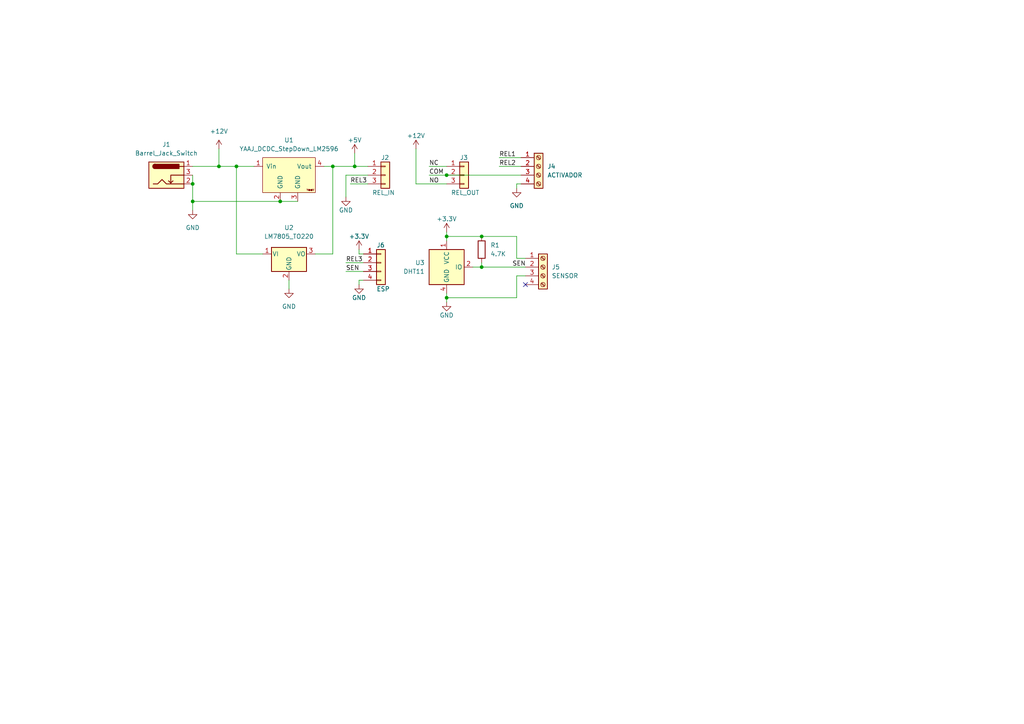
<source format=kicad_sch>
(kicad_sch (version 20211123) (generator eeschema)

  (uuid 60bad54a-44fd-435d-a247-2417c8efcf84)

  (paper "A4")

  (lib_symbols
    (symbol "Connector:Barrel_Jack_Switch" (pin_names hide) (in_bom yes) (on_board yes)
      (property "Reference" "J" (id 0) (at 0 5.334 0)
        (effects (font (size 1.27 1.27)))
      )
      (property "Value" "Barrel_Jack_Switch" (id 1) (at 0 -5.08 0)
        (effects (font (size 1.27 1.27)))
      )
      (property "Footprint" "" (id 2) (at 1.27 -1.016 0)
        (effects (font (size 1.27 1.27)) hide)
      )
      (property "Datasheet" "~" (id 3) (at 1.27 -1.016 0)
        (effects (font (size 1.27 1.27)) hide)
      )
      (property "ki_keywords" "DC power barrel jack connector" (id 4) (at 0 0 0)
        (effects (font (size 1.27 1.27)) hide)
      )
      (property "ki_description" "DC Barrel Jack with an internal switch" (id 5) (at 0 0 0)
        (effects (font (size 1.27 1.27)) hide)
      )
      (property "ki_fp_filters" "BarrelJack*" (id 6) (at 0 0 0)
        (effects (font (size 1.27 1.27)) hide)
      )
      (symbol "Barrel_Jack_Switch_0_1"
        (rectangle (start -5.08 3.81) (end 5.08 -3.81)
          (stroke (width 0.254) (type default) (color 0 0 0 0))
          (fill (type background))
        )
        (arc (start -3.302 3.175) (mid -3.937 2.54) (end -3.302 1.905)
          (stroke (width 0.254) (type default) (color 0 0 0 0))
          (fill (type none))
        )
        (arc (start -3.302 3.175) (mid -3.937 2.54) (end -3.302 1.905)
          (stroke (width 0.254) (type default) (color 0 0 0 0))
          (fill (type outline))
        )
        (polyline
          (pts
            (xy 1.27 -2.286)
            (xy 1.905 -1.651)
          )
          (stroke (width 0.254) (type default) (color 0 0 0 0))
          (fill (type none))
        )
        (polyline
          (pts
            (xy 5.08 2.54)
            (xy 3.81 2.54)
          )
          (stroke (width 0.254) (type default) (color 0 0 0 0))
          (fill (type none))
        )
        (polyline
          (pts
            (xy 5.08 0)
            (xy 1.27 0)
            (xy 1.27 -2.286)
            (xy 0.635 -1.651)
          )
          (stroke (width 0.254) (type default) (color 0 0 0 0))
          (fill (type none))
        )
        (polyline
          (pts
            (xy -3.81 -2.54)
            (xy -2.54 -2.54)
            (xy -1.27 -1.27)
            (xy 0 -2.54)
            (xy 2.54 -2.54)
            (xy 5.08 -2.54)
          )
          (stroke (width 0.254) (type default) (color 0 0 0 0))
          (fill (type none))
        )
        (rectangle (start 3.683 3.175) (end -3.302 1.905)
          (stroke (width 0.254) (type default) (color 0 0 0 0))
          (fill (type outline))
        )
      )
      (symbol "Barrel_Jack_Switch_1_1"
        (pin passive line (at 7.62 2.54 180) (length 2.54)
          (name "~" (effects (font (size 1.27 1.27))))
          (number "1" (effects (font (size 1.27 1.27))))
        )
        (pin passive line (at 7.62 -2.54 180) (length 2.54)
          (name "~" (effects (font (size 1.27 1.27))))
          (number "2" (effects (font (size 1.27 1.27))))
        )
        (pin passive line (at 7.62 0 180) (length 2.54)
          (name "~" (effects (font (size 1.27 1.27))))
          (number "3" (effects (font (size 1.27 1.27))))
        )
      )
    )
    (symbol "Connector:Screw_Terminal_01x04" (pin_names (offset 1.016) hide) (in_bom yes) (on_board yes)
      (property "Reference" "J" (id 0) (at 0 5.08 0)
        (effects (font (size 1.27 1.27)))
      )
      (property "Value" "Screw_Terminal_01x04" (id 1) (at 0 -7.62 0)
        (effects (font (size 1.27 1.27)))
      )
      (property "Footprint" "" (id 2) (at 0 0 0)
        (effects (font (size 1.27 1.27)) hide)
      )
      (property "Datasheet" "~" (id 3) (at 0 0 0)
        (effects (font (size 1.27 1.27)) hide)
      )
      (property "ki_keywords" "screw terminal" (id 4) (at 0 0 0)
        (effects (font (size 1.27 1.27)) hide)
      )
      (property "ki_description" "Generic screw terminal, single row, 01x04, script generated (kicad-library-utils/schlib/autogen/connector/)" (id 5) (at 0 0 0)
        (effects (font (size 1.27 1.27)) hide)
      )
      (property "ki_fp_filters" "TerminalBlock*:*" (id 6) (at 0 0 0)
        (effects (font (size 1.27 1.27)) hide)
      )
      (symbol "Screw_Terminal_01x04_1_1"
        (rectangle (start -1.27 3.81) (end 1.27 -6.35)
          (stroke (width 0.254) (type default) (color 0 0 0 0))
          (fill (type background))
        )
        (circle (center 0 -5.08) (radius 0.635)
          (stroke (width 0.1524) (type default) (color 0 0 0 0))
          (fill (type none))
        )
        (circle (center 0 -2.54) (radius 0.635)
          (stroke (width 0.1524) (type default) (color 0 0 0 0))
          (fill (type none))
        )
        (polyline
          (pts
            (xy -0.5334 -4.7498)
            (xy 0.3302 -5.588)
          )
          (stroke (width 0.1524) (type default) (color 0 0 0 0))
          (fill (type none))
        )
        (polyline
          (pts
            (xy -0.5334 -2.2098)
            (xy 0.3302 -3.048)
          )
          (stroke (width 0.1524) (type default) (color 0 0 0 0))
          (fill (type none))
        )
        (polyline
          (pts
            (xy -0.5334 0.3302)
            (xy 0.3302 -0.508)
          )
          (stroke (width 0.1524) (type default) (color 0 0 0 0))
          (fill (type none))
        )
        (polyline
          (pts
            (xy -0.5334 2.8702)
            (xy 0.3302 2.032)
          )
          (stroke (width 0.1524) (type default) (color 0 0 0 0))
          (fill (type none))
        )
        (polyline
          (pts
            (xy -0.3556 -4.572)
            (xy 0.508 -5.4102)
          )
          (stroke (width 0.1524) (type default) (color 0 0 0 0))
          (fill (type none))
        )
        (polyline
          (pts
            (xy -0.3556 -2.032)
            (xy 0.508 -2.8702)
          )
          (stroke (width 0.1524) (type default) (color 0 0 0 0))
          (fill (type none))
        )
        (polyline
          (pts
            (xy -0.3556 0.508)
            (xy 0.508 -0.3302)
          )
          (stroke (width 0.1524) (type default) (color 0 0 0 0))
          (fill (type none))
        )
        (polyline
          (pts
            (xy -0.3556 3.048)
            (xy 0.508 2.2098)
          )
          (stroke (width 0.1524) (type default) (color 0 0 0 0))
          (fill (type none))
        )
        (circle (center 0 0) (radius 0.635)
          (stroke (width 0.1524) (type default) (color 0 0 0 0))
          (fill (type none))
        )
        (circle (center 0 2.54) (radius 0.635)
          (stroke (width 0.1524) (type default) (color 0 0 0 0))
          (fill (type none))
        )
        (pin passive line (at -5.08 2.54 0) (length 3.81)
          (name "Pin_1" (effects (font (size 1.27 1.27))))
          (number "1" (effects (font (size 1.27 1.27))))
        )
        (pin passive line (at -5.08 0 0) (length 3.81)
          (name "Pin_2" (effects (font (size 1.27 1.27))))
          (number "2" (effects (font (size 1.27 1.27))))
        )
        (pin passive line (at -5.08 -2.54 0) (length 3.81)
          (name "Pin_3" (effects (font (size 1.27 1.27))))
          (number "3" (effects (font (size 1.27 1.27))))
        )
        (pin passive line (at -5.08 -5.08 0) (length 3.81)
          (name "Pin_4" (effects (font (size 1.27 1.27))))
          (number "4" (effects (font (size 1.27 1.27))))
        )
      )
    )
    (symbol "Connector_Generic:Conn_01x03" (pin_names (offset 1.016) hide) (in_bom yes) (on_board yes)
      (property "Reference" "J" (id 0) (at 0 5.08 0)
        (effects (font (size 1.27 1.27)))
      )
      (property "Value" "Conn_01x03" (id 1) (at 0 -5.08 0)
        (effects (font (size 1.27 1.27)))
      )
      (property "Footprint" "" (id 2) (at 0 0 0)
        (effects (font (size 1.27 1.27)) hide)
      )
      (property "Datasheet" "~" (id 3) (at 0 0 0)
        (effects (font (size 1.27 1.27)) hide)
      )
      (property "ki_keywords" "connector" (id 4) (at 0 0 0)
        (effects (font (size 1.27 1.27)) hide)
      )
      (property "ki_description" "Generic connector, single row, 01x03, script generated (kicad-library-utils/schlib/autogen/connector/)" (id 5) (at 0 0 0)
        (effects (font (size 1.27 1.27)) hide)
      )
      (property "ki_fp_filters" "Connector*:*_1x??_*" (id 6) (at 0 0 0)
        (effects (font (size 1.27 1.27)) hide)
      )
      (symbol "Conn_01x03_1_1"
        (rectangle (start -1.27 -2.413) (end 0 -2.667)
          (stroke (width 0.1524) (type default) (color 0 0 0 0))
          (fill (type none))
        )
        (rectangle (start -1.27 0.127) (end 0 -0.127)
          (stroke (width 0.1524) (type default) (color 0 0 0 0))
          (fill (type none))
        )
        (rectangle (start -1.27 2.667) (end 0 2.413)
          (stroke (width 0.1524) (type default) (color 0 0 0 0))
          (fill (type none))
        )
        (rectangle (start -1.27 3.81) (end 1.27 -3.81)
          (stroke (width 0.254) (type default) (color 0 0 0 0))
          (fill (type background))
        )
        (pin passive line (at -5.08 2.54 0) (length 3.81)
          (name "Pin_1" (effects (font (size 1.27 1.27))))
          (number "1" (effects (font (size 1.27 1.27))))
        )
        (pin passive line (at -5.08 0 0) (length 3.81)
          (name "Pin_2" (effects (font (size 1.27 1.27))))
          (number "2" (effects (font (size 1.27 1.27))))
        )
        (pin passive line (at -5.08 -2.54 0) (length 3.81)
          (name "Pin_3" (effects (font (size 1.27 1.27))))
          (number "3" (effects (font (size 1.27 1.27))))
        )
      )
    )
    (symbol "Connector_Generic:Conn_01x04" (pin_names (offset 1.016) hide) (in_bom yes) (on_board yes)
      (property "Reference" "J" (id 0) (at 0 5.08 0)
        (effects (font (size 1.27 1.27)))
      )
      (property "Value" "Conn_01x04" (id 1) (at 0 -7.62 0)
        (effects (font (size 1.27 1.27)))
      )
      (property "Footprint" "" (id 2) (at 0 0 0)
        (effects (font (size 1.27 1.27)) hide)
      )
      (property "Datasheet" "~" (id 3) (at 0 0 0)
        (effects (font (size 1.27 1.27)) hide)
      )
      (property "ki_keywords" "connector" (id 4) (at 0 0 0)
        (effects (font (size 1.27 1.27)) hide)
      )
      (property "ki_description" "Generic connector, single row, 01x04, script generated (kicad-library-utils/schlib/autogen/connector/)" (id 5) (at 0 0 0)
        (effects (font (size 1.27 1.27)) hide)
      )
      (property "ki_fp_filters" "Connector*:*_1x??_*" (id 6) (at 0 0 0)
        (effects (font (size 1.27 1.27)) hide)
      )
      (symbol "Conn_01x04_1_1"
        (rectangle (start -1.27 -4.953) (end 0 -5.207)
          (stroke (width 0.1524) (type default) (color 0 0 0 0))
          (fill (type none))
        )
        (rectangle (start -1.27 -2.413) (end 0 -2.667)
          (stroke (width 0.1524) (type default) (color 0 0 0 0))
          (fill (type none))
        )
        (rectangle (start -1.27 0.127) (end 0 -0.127)
          (stroke (width 0.1524) (type default) (color 0 0 0 0))
          (fill (type none))
        )
        (rectangle (start -1.27 2.667) (end 0 2.413)
          (stroke (width 0.1524) (type default) (color 0 0 0 0))
          (fill (type none))
        )
        (rectangle (start -1.27 3.81) (end 1.27 -6.35)
          (stroke (width 0.254) (type default) (color 0 0 0 0))
          (fill (type background))
        )
        (pin passive line (at -5.08 2.54 0) (length 3.81)
          (name "Pin_1" (effects (font (size 1.27 1.27))))
          (number "1" (effects (font (size 1.27 1.27))))
        )
        (pin passive line (at -5.08 0 0) (length 3.81)
          (name "Pin_2" (effects (font (size 1.27 1.27))))
          (number "2" (effects (font (size 1.27 1.27))))
        )
        (pin passive line (at -5.08 -2.54 0) (length 3.81)
          (name "Pin_3" (effects (font (size 1.27 1.27))))
          (number "3" (effects (font (size 1.27 1.27))))
        )
        (pin passive line (at -5.08 -5.08 0) (length 3.81)
          (name "Pin_4" (effects (font (size 1.27 1.27))))
          (number "4" (effects (font (size 1.27 1.27))))
        )
      )
    )
    (symbol "Device:R" (pin_numbers hide) (pin_names (offset 0)) (in_bom yes) (on_board yes)
      (property "Reference" "R" (id 0) (at 2.032 0 90)
        (effects (font (size 1.27 1.27)))
      )
      (property "Value" "R" (id 1) (at 0 0 90)
        (effects (font (size 1.27 1.27)))
      )
      (property "Footprint" "" (id 2) (at -1.778 0 90)
        (effects (font (size 1.27 1.27)) hide)
      )
      (property "Datasheet" "~" (id 3) (at 0 0 0)
        (effects (font (size 1.27 1.27)) hide)
      )
      (property "ki_keywords" "R res resistor" (id 4) (at 0 0 0)
        (effects (font (size 1.27 1.27)) hide)
      )
      (property "ki_description" "Resistor" (id 5) (at 0 0 0)
        (effects (font (size 1.27 1.27)) hide)
      )
      (property "ki_fp_filters" "R_*" (id 6) (at 0 0 0)
        (effects (font (size 1.27 1.27)) hide)
      )
      (symbol "R_0_1"
        (rectangle (start -1.016 -2.54) (end 1.016 2.54)
          (stroke (width 0.254) (type default) (color 0 0 0 0))
          (fill (type none))
        )
      )
      (symbol "R_1_1"
        (pin passive line (at 0 3.81 270) (length 1.27)
          (name "~" (effects (font (size 1.27 1.27))))
          (number "1" (effects (font (size 1.27 1.27))))
        )
        (pin passive line (at 0 -3.81 90) (length 1.27)
          (name "~" (effects (font (size 1.27 1.27))))
          (number "2" (effects (font (size 1.27 1.27))))
        )
      )
    )
    (symbol "Regulator_Linear:LM7805_TO220" (pin_names (offset 0.254)) (in_bom yes) (on_board yes)
      (property "Reference" "U" (id 0) (at -3.81 3.175 0)
        (effects (font (size 1.27 1.27)))
      )
      (property "Value" "LM7805_TO220" (id 1) (at 0 3.175 0)
        (effects (font (size 1.27 1.27)) (justify left))
      )
      (property "Footprint" "Package_TO_SOT_THT:TO-220-3_Vertical" (id 2) (at 0 5.715 0)
        (effects (font (size 1.27 1.27) italic) hide)
      )
      (property "Datasheet" "https://www.onsemi.cn/PowerSolutions/document/MC7800-D.PDF" (id 3) (at 0 -1.27 0)
        (effects (font (size 1.27 1.27)) hide)
      )
      (property "ki_keywords" "Voltage Regulator 1A Positive" (id 4) (at 0 0 0)
        (effects (font (size 1.27 1.27)) hide)
      )
      (property "ki_description" "Positive 1A 35V Linear Regulator, Fixed Output 5V, TO-220" (id 5) (at 0 0 0)
        (effects (font (size 1.27 1.27)) hide)
      )
      (property "ki_fp_filters" "TO?220*" (id 6) (at 0 0 0)
        (effects (font (size 1.27 1.27)) hide)
      )
      (symbol "LM7805_TO220_0_1"
        (rectangle (start -5.08 1.905) (end 5.08 -5.08)
          (stroke (width 0.254) (type default) (color 0 0 0 0))
          (fill (type background))
        )
      )
      (symbol "LM7805_TO220_1_1"
        (pin power_in line (at -7.62 0 0) (length 2.54)
          (name "VI" (effects (font (size 1.27 1.27))))
          (number "1" (effects (font (size 1.27 1.27))))
        )
        (pin power_in line (at 0 -7.62 90) (length 2.54)
          (name "GND" (effects (font (size 1.27 1.27))))
          (number "2" (effects (font (size 1.27 1.27))))
        )
        (pin power_out line (at 7.62 0 180) (length 2.54)
          (name "VO" (effects (font (size 1.27 1.27))))
          (number "3" (effects (font (size 1.27 1.27))))
        )
      )
    )
    (symbol "Sensor:DHT11" (in_bom yes) (on_board yes)
      (property "Reference" "U" (id 0) (at -3.81 6.35 0)
        (effects (font (size 1.27 1.27)))
      )
      (property "Value" "DHT11" (id 1) (at 3.81 6.35 0)
        (effects (font (size 1.27 1.27)))
      )
      (property "Footprint" "Sensor:Aosong_DHT11_5.5x12.0_P2.54mm" (id 2) (at 0 -10.16 0)
        (effects (font (size 1.27 1.27)) hide)
      )
      (property "Datasheet" "http://akizukidenshi.com/download/ds/aosong/DHT11.pdf" (id 3) (at 3.81 6.35 0)
        (effects (font (size 1.27 1.27)) hide)
      )
      (property "ki_keywords" "Digital temperature humidity sensor" (id 4) (at 0 0 0)
        (effects (font (size 1.27 1.27)) hide)
      )
      (property "ki_description" "Temperature and humidity module" (id 5) (at 0 0 0)
        (effects (font (size 1.27 1.27)) hide)
      )
      (property "ki_fp_filters" "Aosong*DHT11*5.5x12.0*P2.54mm*" (id 6) (at 0 0 0)
        (effects (font (size 1.27 1.27)) hide)
      )
      (symbol "DHT11_0_1"
        (rectangle (start -5.08 5.08) (end 5.08 -5.08)
          (stroke (width 0.254) (type default) (color 0 0 0 0))
          (fill (type background))
        )
      )
      (symbol "DHT11_1_1"
        (pin power_in line (at 0 7.62 270) (length 2.54)
          (name "VCC" (effects (font (size 1.27 1.27))))
          (number "1" (effects (font (size 1.27 1.27))))
        )
        (pin bidirectional line (at 7.62 0 180) (length 2.54)
          (name "IO" (effects (font (size 1.27 1.27))))
          (number "2" (effects (font (size 1.27 1.27))))
        )
        (pin no_connect line (at -5.08 0 0) (length 2.54) hide
          (name "NC" (effects (font (size 1.27 1.27))))
          (number "3" (effects (font (size 1.27 1.27))))
        )
        (pin power_in line (at 0 -7.62 90) (length 2.54)
          (name "GND" (effects (font (size 1.27 1.27))))
          (number "4" (effects (font (size 1.27 1.27))))
        )
      )
    )
    (symbol "power:+12V" (power) (pin_names (offset 0)) (in_bom yes) (on_board yes)
      (property "Reference" "#PWR" (id 0) (at 0 -3.81 0)
        (effects (font (size 1.27 1.27)) hide)
      )
      (property "Value" "+12V" (id 1) (at 0 3.556 0)
        (effects (font (size 1.27 1.27)))
      )
      (property "Footprint" "" (id 2) (at 0 0 0)
        (effects (font (size 1.27 1.27)) hide)
      )
      (property "Datasheet" "" (id 3) (at 0 0 0)
        (effects (font (size 1.27 1.27)) hide)
      )
      (property "ki_keywords" "power-flag" (id 4) (at 0 0 0)
        (effects (font (size 1.27 1.27)) hide)
      )
      (property "ki_description" "Power symbol creates a global label with name \"+12V\"" (id 5) (at 0 0 0)
        (effects (font (size 1.27 1.27)) hide)
      )
      (symbol "+12V_0_1"
        (polyline
          (pts
            (xy -0.762 1.27)
            (xy 0 2.54)
          )
          (stroke (width 0) (type default) (color 0 0 0 0))
          (fill (type none))
        )
        (polyline
          (pts
            (xy 0 0)
            (xy 0 2.54)
          )
          (stroke (width 0) (type default) (color 0 0 0 0))
          (fill (type none))
        )
        (polyline
          (pts
            (xy 0 2.54)
            (xy 0.762 1.27)
          )
          (stroke (width 0) (type default) (color 0 0 0 0))
          (fill (type none))
        )
      )
      (symbol "+12V_1_1"
        (pin power_in line (at 0 0 90) (length 0) hide
          (name "+12V" (effects (font (size 1.27 1.27))))
          (number "1" (effects (font (size 1.27 1.27))))
        )
      )
    )
    (symbol "power:+3.3V" (power) (pin_names (offset 0)) (in_bom yes) (on_board yes)
      (property "Reference" "#PWR" (id 0) (at 0 -3.81 0)
        (effects (font (size 1.27 1.27)) hide)
      )
      (property "Value" "+3.3V" (id 1) (at 0 3.556 0)
        (effects (font (size 1.27 1.27)))
      )
      (property "Footprint" "" (id 2) (at 0 0 0)
        (effects (font (size 1.27 1.27)) hide)
      )
      (property "Datasheet" "" (id 3) (at 0 0 0)
        (effects (font (size 1.27 1.27)) hide)
      )
      (property "ki_keywords" "power-flag" (id 4) (at 0 0 0)
        (effects (font (size 1.27 1.27)) hide)
      )
      (property "ki_description" "Power symbol creates a global label with name \"+3.3V\"" (id 5) (at 0 0 0)
        (effects (font (size 1.27 1.27)) hide)
      )
      (symbol "+3.3V_0_1"
        (polyline
          (pts
            (xy -0.762 1.27)
            (xy 0 2.54)
          )
          (stroke (width 0) (type default) (color 0 0 0 0))
          (fill (type none))
        )
        (polyline
          (pts
            (xy 0 0)
            (xy 0 2.54)
          )
          (stroke (width 0) (type default) (color 0 0 0 0))
          (fill (type none))
        )
        (polyline
          (pts
            (xy 0 2.54)
            (xy 0.762 1.27)
          )
          (stroke (width 0) (type default) (color 0 0 0 0))
          (fill (type none))
        )
      )
      (symbol "+3.3V_1_1"
        (pin power_in line (at 0 0 90) (length 0) hide
          (name "+3.3V" (effects (font (size 1.27 1.27))))
          (number "1" (effects (font (size 1.27 1.27))))
        )
      )
    )
    (symbol "power:+5V" (power) (pin_names (offset 0)) (in_bom yes) (on_board yes)
      (property "Reference" "#PWR" (id 0) (at 0 -3.81 0)
        (effects (font (size 1.27 1.27)) hide)
      )
      (property "Value" "+5V" (id 1) (at 0 3.556 0)
        (effects (font (size 1.27 1.27)))
      )
      (property "Footprint" "" (id 2) (at 0 0 0)
        (effects (font (size 1.27 1.27)) hide)
      )
      (property "Datasheet" "" (id 3) (at 0 0 0)
        (effects (font (size 1.27 1.27)) hide)
      )
      (property "ki_keywords" "power-flag" (id 4) (at 0 0 0)
        (effects (font (size 1.27 1.27)) hide)
      )
      (property "ki_description" "Power symbol creates a global label with name \"+5V\"" (id 5) (at 0 0 0)
        (effects (font (size 1.27 1.27)) hide)
      )
      (symbol "+5V_0_1"
        (polyline
          (pts
            (xy -0.762 1.27)
            (xy 0 2.54)
          )
          (stroke (width 0) (type default) (color 0 0 0 0))
          (fill (type none))
        )
        (polyline
          (pts
            (xy 0 0)
            (xy 0 2.54)
          )
          (stroke (width 0) (type default) (color 0 0 0 0))
          (fill (type none))
        )
        (polyline
          (pts
            (xy 0 2.54)
            (xy 0.762 1.27)
          )
          (stroke (width 0) (type default) (color 0 0 0 0))
          (fill (type none))
        )
      )
      (symbol "+5V_1_1"
        (pin power_in line (at 0 0 90) (length 0) hide
          (name "+5V" (effects (font (size 1.27 1.27))))
          (number "1" (effects (font (size 1.27 1.27))))
        )
      )
    )
    (symbol "power:GND" (power) (pin_names (offset 0)) (in_bom yes) (on_board yes)
      (property "Reference" "#PWR" (id 0) (at 0 -6.35 0)
        (effects (font (size 1.27 1.27)) hide)
      )
      (property "Value" "GND" (id 1) (at 0 -3.81 0)
        (effects (font (size 1.27 1.27)))
      )
      (property "Footprint" "" (id 2) (at 0 0 0)
        (effects (font (size 1.27 1.27)) hide)
      )
      (property "Datasheet" "" (id 3) (at 0 0 0)
        (effects (font (size 1.27 1.27)) hide)
      )
      (property "ki_keywords" "power-flag" (id 4) (at 0 0 0)
        (effects (font (size 1.27 1.27)) hide)
      )
      (property "ki_description" "Power symbol creates a global label with name \"GND\" , ground" (id 5) (at 0 0 0)
        (effects (font (size 1.27 1.27)) hide)
      )
      (symbol "GND_0_1"
        (polyline
          (pts
            (xy 0 0)
            (xy 0 -1.27)
            (xy 1.27 -1.27)
            (xy 0 -2.54)
            (xy -1.27 -1.27)
            (xy 0 -1.27)
          )
          (stroke (width 0) (type default) (color 0 0 0 0))
          (fill (type none))
        )
      )
      (symbol "GND_1_1"
        (pin power_in line (at 0 0 270) (length 0) hide
          (name "GND" (effects (font (size 1.27 1.27))))
          (number "1" (effects (font (size 1.27 1.27))))
        )
      )
    )
    (symbol "yaaj_dcdc_stepdown_lm2596:YAAJ_DCDC_StepDown_LM2596" (pin_names (offset 1.016)) (in_bom yes) (on_board yes)
      (property "Reference" "U" (id 0) (at -5.08 6.35 0)
        (effects (font (size 1.27 1.27)))
      )
      (property "Value" "YAAJ_DCDC_StepDown_LM2596" (id 1) (at 0 11.43 0)
        (effects (font (size 1.27 1.27)))
      )
      (property "Footprint" "" (id 2) (at -1.27 0 0)
        (effects (font (size 1.27 1.27)) hide)
      )
      (property "Datasheet" "" (id 3) (at -1.27 0 0)
        (effects (font (size 1.27 1.27)) hide)
      )
      (property "ki_keywords" "module stepdown step down buck converter DCDC DC" (id 4) (at 0 0 0)
        (effects (font (size 1.27 1.27)) hide)
      )
      (property "ki_description" "module : adjustable step down module 3.2V-40V to 1.25V-35V 3A" (id 5) (at 0 0 0)
        (effects (font (size 1.27 1.27)) hide)
      )
      (symbol "YAAJ_DCDC_StepDown_LM2596_0_1"
        (rectangle (start -7.62 5.08) (end 7.62 -5.08)
          (stroke (width 0) (type default) (color 0 0 0 0))
          (fill (type background))
        )
      )
      (symbol "YAAJ_DCDC_StepDown_LM2596_1_1"
        (text "Y@@V" (at 6.1976 -4.2672 0)
          (effects (font (size 0.508 0.508)))
        )
        (pin power_in line (at -10.16 2.54 0) (length 2.54)
          (name "Vin" (effects (font (size 1.27 1.27))))
          (number "1" (effects (font (size 1.27 1.27))))
        )
        (pin power_in line (at -2.54 -7.62 90) (length 2.54)
          (name "GND" (effects (font (size 1.27 1.27))))
          (number "2" (effects (font (size 1.27 1.27))))
        )
        (pin power_in line (at 2.54 -7.62 90) (length 2.54)
          (name "GND" (effects (font (size 1.27 1.27))))
          (number "3" (effects (font (size 1.27 1.27))))
        )
        (pin power_out line (at 10.16 2.54 180) (length 2.54)
          (name "Vout" (effects (font (size 1.27 1.27))))
          (number "4" (effects (font (size 1.27 1.27))))
        )
      )
    )
  )

  (junction (at 129.54 68.58) (diameter 0) (color 0 0 0 0)
    (uuid 0d4fb777-018e-4573-adaa-08ada81f3a80)
  )
  (junction (at 139.7 77.47) (diameter 0) (color 0 0 0 0)
    (uuid 18c1e2c1-3684-40ec-830d-5ec0d8179e5a)
  )
  (junction (at 96.52 48.26) (diameter 0) (color 0 0 0 0)
    (uuid 2328317a-2b57-491c-a7e7-a0eb11270154)
  )
  (junction (at 63.5 48.26) (diameter 0) (color 0 0 0 0)
    (uuid 3eb59747-bc34-43cc-9ac4-ccb0cc88bc91)
  )
  (junction (at 139.7 68.58) (diameter 0) (color 0 0 0 0)
    (uuid 439e2dd6-f351-47ee-a2c8-84ae7b70adbb)
  )
  (junction (at 102.87 48.26) (diameter 0) (color 0 0 0 0)
    (uuid 73907089-93e6-4653-9408-b43138ae2452)
  )
  (junction (at 68.58 48.26) (diameter 0) (color 0 0 0 0)
    (uuid 7cc821b7-f038-4069-be29-b8813025f501)
  )
  (junction (at 129.54 50.8) (diameter 0) (color 0 0 0 0)
    (uuid 86642018-392e-49b0-9cc0-f8b1cd216fbb)
  )
  (junction (at 81.28 58.42) (diameter 0) (color 0 0 0 0)
    (uuid 99950908-39a9-4ef7-88df-285e71c442d4)
  )
  (junction (at 55.88 58.42) (diameter 0) (color 0 0 0 0)
    (uuid 9d1fccac-3e1e-4011-9186-dbb380841e8e)
  )
  (junction (at 55.88 53.34) (diameter 0) (color 0 0 0 0)
    (uuid d2461d0b-c5f6-4350-b7a1-577d9b627098)
  )
  (junction (at 129.54 86.36) (diameter 0) (color 0 0 0 0)
    (uuid fd962a8e-da93-4a3f-8b30-67df5bfa4d3b)
  )

  (no_connect (at 152.4 82.55) (uuid d69699af-d0e2-4ec4-9b52-7813b89d98ac))

  (wire (pts (xy 124.46 48.26) (xy 129.54 48.26))
    (stroke (width 0) (type default) (color 0 0 0 0))
    (uuid 044ccacb-aeb9-440c-a0ad-be5e59331ef1)
  )
  (wire (pts (xy 137.16 77.47) (xy 139.7 77.47))
    (stroke (width 0) (type default) (color 0 0 0 0))
    (uuid 07471de2-15b7-4bb2-b424-886211d9fcd5)
  )
  (wire (pts (xy 102.87 48.26) (xy 106.68 48.26))
    (stroke (width 0) (type default) (color 0 0 0 0))
    (uuid 07dfead5-c4b0-40c2-aec8-c99b3561fabd)
  )
  (wire (pts (xy 100.33 78.74) (xy 105.41 78.74))
    (stroke (width 0) (type default) (color 0 0 0 0))
    (uuid 09e0d638-6670-4ac8-9b03-b4a85bff20bf)
  )
  (wire (pts (xy 55.88 48.26) (xy 63.5 48.26))
    (stroke (width 0) (type default) (color 0 0 0 0))
    (uuid 0c7468c0-f4fa-4a50-8bfa-9c46314e0976)
  )
  (wire (pts (xy 100.33 50.8) (xy 100.33 57.15))
    (stroke (width 0) (type default) (color 0 0 0 0))
    (uuid 13ccc6cf-4b12-42b8-8a44-51cb1c5f96dc)
  )
  (wire (pts (xy 55.88 50.8) (xy 55.88 53.34))
    (stroke (width 0) (type default) (color 0 0 0 0))
    (uuid 16d404ac-6e21-442c-aab8-e7891c3c9462)
  )
  (wire (pts (xy 55.88 58.42) (xy 55.88 53.34))
    (stroke (width 0) (type default) (color 0 0 0 0))
    (uuid 1b2be833-91f9-439b-a412-599ab4ca1bb9)
  )
  (wire (pts (xy 129.54 68.58) (xy 129.54 69.85))
    (stroke (width 0) (type default) (color 0 0 0 0))
    (uuid 1d55fd9e-d753-48a5-a3bc-80820d2a4707)
  )
  (wire (pts (xy 96.52 48.26) (xy 93.98 48.26))
    (stroke (width 0) (type default) (color 0 0 0 0))
    (uuid 1e9406c7-df01-4eeb-b91f-bb9a3d6b86d8)
  )
  (wire (pts (xy 81.28 58.42) (xy 55.88 58.42))
    (stroke (width 0) (type default) (color 0 0 0 0))
    (uuid 26b3fbd2-f30c-41e1-8301-1442fca35b86)
  )
  (wire (pts (xy 149.86 74.93) (xy 149.86 68.58))
    (stroke (width 0) (type default) (color 0 0 0 0))
    (uuid 2d8e4afb-52c6-4ffe-b3a1-c03482ead503)
  )
  (wire (pts (xy 149.86 53.34) (xy 149.86 54.61))
    (stroke (width 0) (type default) (color 0 0 0 0))
    (uuid 312567e0-24b6-45b8-8c72-54b9f2e8ef75)
  )
  (wire (pts (xy 55.88 58.42) (xy 55.88 60.96))
    (stroke (width 0) (type default) (color 0 0 0 0))
    (uuid 3b7689a8-ecc2-434c-b2e1-408704cd94e7)
  )
  (wire (pts (xy 129.54 67.31) (xy 129.54 68.58))
    (stroke (width 0) (type default) (color 0 0 0 0))
    (uuid 42634606-9c3c-4b64-8431-fb7f2c8b80e7)
  )
  (wire (pts (xy 102.87 44.45) (xy 102.87 48.26))
    (stroke (width 0) (type default) (color 0 0 0 0))
    (uuid 43b42b7b-a87f-4b96-8819-f5d7f86ca18a)
  )
  (wire (pts (xy 120.65 43.18) (xy 120.65 53.34))
    (stroke (width 0) (type default) (color 0 0 0 0))
    (uuid 4490d630-9fdc-49e8-b9cf-b2d28e72fe4f)
  )
  (wire (pts (xy 91.44 73.66) (xy 96.52 73.66))
    (stroke (width 0) (type default) (color 0 0 0 0))
    (uuid 45c6eb75-7bcb-4a15-9a65-ed051db29049)
  )
  (wire (pts (xy 139.7 76.2) (xy 139.7 77.47))
    (stroke (width 0) (type default) (color 0 0 0 0))
    (uuid 515b9a86-06d3-4041-8ff9-730e56e71359)
  )
  (wire (pts (xy 63.5 43.18) (xy 63.5 48.26))
    (stroke (width 0) (type default) (color 0 0 0 0))
    (uuid 58cfb17e-448b-4305-a080-c80f6d1148be)
  )
  (wire (pts (xy 139.7 68.58) (xy 129.54 68.58))
    (stroke (width 0) (type default) (color 0 0 0 0))
    (uuid 5ffe95e9-e96d-4c27-8c19-9b5606597af2)
  )
  (wire (pts (xy 149.86 74.93) (xy 152.4 74.93))
    (stroke (width 0) (type default) (color 0 0 0 0))
    (uuid 65d47c04-afd3-42b8-b767-37423db421f2)
  )
  (wire (pts (xy 149.86 86.36) (xy 129.54 86.36))
    (stroke (width 0) (type default) (color 0 0 0 0))
    (uuid 678c6acf-a3e3-4ddc-ac44-a2fc06fcda62)
  )
  (wire (pts (xy 76.2 73.66) (xy 68.58 73.66))
    (stroke (width 0) (type default) (color 0 0 0 0))
    (uuid 690aecc2-4c1c-4066-b3a0-64d45c9cdd49)
  )
  (wire (pts (xy 144.78 48.26) (xy 151.13 48.26))
    (stroke (width 0) (type default) (color 0 0 0 0))
    (uuid 6a237815-dbbc-48b4-afd3-752a5675f0bf)
  )
  (wire (pts (xy 149.86 80.01) (xy 149.86 86.36))
    (stroke (width 0) (type default) (color 0 0 0 0))
    (uuid 6a70138b-965c-44ea-93bf-04f497f8f3cc)
  )
  (wire (pts (xy 129.54 86.36) (xy 129.54 87.63))
    (stroke (width 0) (type default) (color 0 0 0 0))
    (uuid 7f0bbe47-6c04-44fb-87c4-188baf91ce74)
  )
  (wire (pts (xy 139.7 68.58) (xy 149.86 68.58))
    (stroke (width 0) (type default) (color 0 0 0 0))
    (uuid 81e49f97-2f72-47b2-a554-491570bd7988)
  )
  (wire (pts (xy 120.65 53.34) (xy 129.54 53.34))
    (stroke (width 0) (type default) (color 0 0 0 0))
    (uuid 880988b4-b47c-4eb3-bb70-07b32cf2d8ac)
  )
  (wire (pts (xy 104.14 72.39) (xy 104.14 73.66))
    (stroke (width 0) (type default) (color 0 0 0 0))
    (uuid 8ad3fad2-341a-45db-800f-3c4e1f86b630)
  )
  (wire (pts (xy 104.14 73.66) (xy 105.41 73.66))
    (stroke (width 0) (type default) (color 0 0 0 0))
    (uuid 90f12d67-2d90-450a-a318-1dc0d1f8c4cb)
  )
  (wire (pts (xy 124.46 50.8) (xy 129.54 50.8))
    (stroke (width 0) (type default) (color 0 0 0 0))
    (uuid 935e1204-c135-4184-9145-0985790b7a10)
  )
  (wire (pts (xy 129.54 85.09) (xy 129.54 86.36))
    (stroke (width 0) (type default) (color 0 0 0 0))
    (uuid 93dbf9e2-3136-4395-ab6d-f4801076e5c8)
  )
  (wire (pts (xy 104.14 81.28) (xy 104.14 82.55))
    (stroke (width 0) (type default) (color 0 0 0 0))
    (uuid a2865e52-5880-4eec-b8f5-425e4f47f0b3)
  )
  (wire (pts (xy 96.52 73.66) (xy 96.52 48.26))
    (stroke (width 0) (type default) (color 0 0 0 0))
    (uuid a39f7f83-380a-49a9-aed6-ff87c89bffb1)
  )
  (wire (pts (xy 101.6 53.34) (xy 106.68 53.34))
    (stroke (width 0) (type default) (color 0 0 0 0))
    (uuid b71146e6-c252-4c3b-94ff-97d2e567e2c5)
  )
  (wire (pts (xy 63.5 48.26) (xy 68.58 48.26))
    (stroke (width 0) (type default) (color 0 0 0 0))
    (uuid b91fe2f5-ab19-4017-9d20-6cca8efa7301)
  )
  (wire (pts (xy 139.7 77.47) (xy 152.4 77.47))
    (stroke (width 0) (type default) (color 0 0 0 0))
    (uuid d03cf671-89fc-4a4f-ba02-8b095574a38a)
  )
  (wire (pts (xy 152.4 80.01) (xy 149.86 80.01))
    (stroke (width 0) (type default) (color 0 0 0 0))
    (uuid dc2b61f3-b94f-40b3-a3e7-02e702db212d)
  )
  (wire (pts (xy 100.33 50.8) (xy 106.68 50.8))
    (stroke (width 0) (type default) (color 0 0 0 0))
    (uuid e131ed08-161d-45d9-aa8f-dcbf442082a4)
  )
  (wire (pts (xy 81.28 58.42) (xy 86.36 58.42))
    (stroke (width 0) (type default) (color 0 0 0 0))
    (uuid e1a46bd8-4be8-4753-b674-1ee7f1055b0b)
  )
  (wire (pts (xy 68.58 73.66) (xy 68.58 48.26))
    (stroke (width 0) (type default) (color 0 0 0 0))
    (uuid e2c82c73-c431-4bce-961d-9a9247a36e67)
  )
  (wire (pts (xy 144.78 45.72) (xy 151.13 45.72))
    (stroke (width 0) (type default) (color 0 0 0 0))
    (uuid e6425416-1032-4636-bda2-05f61067e67d)
  )
  (wire (pts (xy 100.33 76.2) (xy 105.41 76.2))
    (stroke (width 0) (type default) (color 0 0 0 0))
    (uuid e9f9e519-ea9f-437b-818e-9cab89c0bdc7)
  )
  (wire (pts (xy 68.58 48.26) (xy 73.66 48.26))
    (stroke (width 0) (type default) (color 0 0 0 0))
    (uuid ec3028ce-e048-4b31-8211-64d6990e2cef)
  )
  (wire (pts (xy 151.13 53.34) (xy 149.86 53.34))
    (stroke (width 0) (type default) (color 0 0 0 0))
    (uuid ece1031f-c27a-48a3-b2d6-aaf7680c5d43)
  )
  (wire (pts (xy 104.14 81.28) (xy 105.41 81.28))
    (stroke (width 0) (type default) (color 0 0 0 0))
    (uuid f2a80d81-bc42-4c73-9e28-68f77c2ed588)
  )
  (wire (pts (xy 129.54 50.8) (xy 151.13 50.8))
    (stroke (width 0) (type default) (color 0 0 0 0))
    (uuid f5d68ae0-e08b-48b9-b0fa-3a3727cba61b)
  )
  (wire (pts (xy 102.87 48.26) (xy 96.52 48.26))
    (stroke (width 0) (type default) (color 0 0 0 0))
    (uuid fe86603f-a167-4f22-91c7-58cfb3e942c1)
  )
  (wire (pts (xy 83.82 81.28) (xy 83.82 83.82))
    (stroke (width 0) (type default) (color 0 0 0 0))
    (uuid ff07f31e-49cf-415c-a234-0e2e3dca3880)
  )

  (label "REL2" (at 144.78 48.26 0)
    (effects (font (size 1.27 1.27)) (justify left bottom))
    (uuid 274324ec-03fe-41f5-8c29-514c94cc2926)
  )
  (label "NC" (at 124.46 48.26 0)
    (effects (font (size 1.27 1.27)) (justify left bottom))
    (uuid 30d77370-6b33-4bb0-8690-dba8d4379934)
  )
  (label "COM" (at 124.46 50.8 0)
    (effects (font (size 1.27 1.27)) (justify left bottom))
    (uuid 3b35be6e-da54-4a7b-a35c-f3312c83b75e)
  )
  (label "REL3" (at 101.6 53.34 0)
    (effects (font (size 1.27 1.27)) (justify left bottom))
    (uuid 5089383d-a82c-43df-b7b7-37cc7c5e39a1)
  )
  (label "SEN" (at 148.59 77.47 0)
    (effects (font (size 1.27 1.27)) (justify left bottom))
    (uuid 54a5ebc9-8f90-46c9-9d8e-a65256d6ce1a)
  )
  (label "REL1" (at 144.78 45.72 0)
    (effects (font (size 1.27 1.27)) (justify left bottom))
    (uuid 64d02f8c-148c-43db-970b-e7711da13276)
  )
  (label "NO" (at 124.46 53.34 0)
    (effects (font (size 1.27 1.27)) (justify left bottom))
    (uuid 77766d20-720a-4069-a2d1-cc0d7ce3a60c)
  )
  (label "SEN" (at 100.33 78.74 0)
    (effects (font (size 1.27 1.27)) (justify left bottom))
    (uuid b33bf3ac-1c85-4a03-a953-2be5f81dcda5)
  )
  (label "REL3" (at 100.33 76.2 0)
    (effects (font (size 1.27 1.27)) (justify left bottom))
    (uuid c361a983-ebf8-4701-a09e-69909d17104f)
  )

  (symbol (lib_id "power:+12V") (at 63.5 43.18 0) (unit 1)
    (in_bom yes) (on_board yes) (fields_autoplaced)
    (uuid 1ceeb1b5-6136-46e2-8890-fb63cfcf8289)
    (property "Reference" "#PWR0103" (id 0) (at 63.5 46.99 0)
      (effects (font (size 1.27 1.27)) hide)
    )
    (property "Value" "+12V" (id 1) (at 63.5 38.1 0))
    (property "Footprint" "" (id 2) (at 63.5 43.18 0)
      (effects (font (size 1.27 1.27)) hide)
    )
    (property "Datasheet" "" (id 3) (at 63.5 43.18 0)
      (effects (font (size 1.27 1.27)) hide)
    )
    (pin "1" (uuid a6e250d1-5760-4786-a6c2-bdd7ce962461))
  )

  (symbol (lib_id "power:GND") (at 55.88 60.96 0) (unit 1)
    (in_bom yes) (on_board yes) (fields_autoplaced)
    (uuid 302c2a84-dd05-4158-a46a-62642d8d0bc8)
    (property "Reference" "#PWR0102" (id 0) (at 55.88 67.31 0)
      (effects (font (size 1.27 1.27)) hide)
    )
    (property "Value" "GND" (id 1) (at 55.88 66.04 0))
    (property "Footprint" "" (id 2) (at 55.88 60.96 0)
      (effects (font (size 1.27 1.27)) hide)
    )
    (property "Datasheet" "" (id 3) (at 55.88 60.96 0)
      (effects (font (size 1.27 1.27)) hide)
    )
    (pin "1" (uuid f76541e8-eba8-4eb0-ad3d-5e73f3c38f8b))
  )

  (symbol (lib_id "power:+3.3V") (at 129.54 67.31 0) (unit 1)
    (in_bom yes) (on_board yes)
    (uuid 375bc80a-a998-484b-bdf9-8cfbed3afcef)
    (property "Reference" "#PWR0106" (id 0) (at 129.54 71.12 0)
      (effects (font (size 1.27 1.27)) hide)
    )
    (property "Value" "+3.3V" (id 1) (at 129.54 63.5 0))
    (property "Footprint" "" (id 2) (at 129.54 67.31 0)
      (effects (font (size 1.27 1.27)) hide)
    )
    (property "Datasheet" "" (id 3) (at 129.54 67.31 0)
      (effects (font (size 1.27 1.27)) hide)
    )
    (pin "1" (uuid 434c2dea-ab10-4b56-86a7-2ae09d57c097))
  )

  (symbol (lib_id "Connector_Generic:Conn_01x03") (at 111.76 50.8 0) (unit 1)
    (in_bom yes) (on_board yes)
    (uuid 446b54c6-c23f-4c5f-9513-00dd81c113c7)
    (property "Reference" "J2" (id 0) (at 110.49 45.72 0)
      (effects (font (size 1.27 1.27)) (justify left))
    )
    (property "Value" "REL_IN" (id 1) (at 107.95 55.88 0)
      (effects (font (size 1.27 1.27)) (justify left))
    )
    (property "Footprint" "Connector_PinHeader_2.54mm:PinHeader_1x03_P2.54mm_Vertical" (id 2) (at 111.76 50.8 0)
      (effects (font (size 1.27 1.27)) hide)
    )
    (property "Datasheet" "~" (id 3) (at 111.76 50.8 0)
      (effects (font (size 1.27 1.27)) hide)
    )
    (pin "1" (uuid 5c18c960-126b-4bb0-a492-e64fa1f20ea4))
    (pin "2" (uuid 7005e28f-b179-4ba4-9195-2650a7bdb51f))
    (pin "3" (uuid e385f7be-cee3-4b3a-82bd-ab6a7a9c9bbd))
  )

  (symbol (lib_id "Connector_Generic:Conn_01x04") (at 110.49 76.2 0) (unit 1)
    (in_bom yes) (on_board yes)
    (uuid 4cff7606-faf3-48e2-ba7e-3e4b3b819245)
    (property "Reference" "J6" (id 0) (at 109.22 71.12 0)
      (effects (font (size 1.27 1.27)) (justify left))
    )
    (property "Value" "ESP" (id 1) (at 109.22 83.82 0)
      (effects (font (size 1.27 1.27)) (justify left))
    )
    (property "Footprint" "Connector_PinHeader_2.54mm:PinHeader_1x04_P2.54mm_Vertical" (id 2) (at 110.49 76.2 0)
      (effects (font (size 1.27 1.27)) hide)
    )
    (property "Datasheet" "~" (id 3) (at 110.49 76.2 0)
      (effects (font (size 1.27 1.27)) hide)
    )
    (pin "1" (uuid 69d29527-2653-4a98-9bd2-7e1f755ad82a))
    (pin "2" (uuid 259d3a21-de0a-423b-946a-00674a1f3cc2))
    (pin "3" (uuid cedfa07d-3b13-4836-84f1-6721328aaae0))
    (pin "4" (uuid 43cf09b9-58f1-4aad-9216-bf169bde1de2))
  )

  (symbol (lib_id "power:+5V") (at 102.87 44.45 0) (unit 1)
    (in_bom yes) (on_board yes)
    (uuid 4db71c2c-6e42-4e7f-8ce4-4359a7bf6231)
    (property "Reference" "#PWR0108" (id 0) (at 102.87 48.26 0)
      (effects (font (size 1.27 1.27)) hide)
    )
    (property "Value" "+5V" (id 1) (at 102.87 40.64 0))
    (property "Footprint" "" (id 2) (at 102.87 44.45 0)
      (effects (font (size 1.27 1.27)) hide)
    )
    (property "Datasheet" "" (id 3) (at 102.87 44.45 0)
      (effects (font (size 1.27 1.27)) hide)
    )
    (pin "1" (uuid 1022a9a6-f281-4b7c-b8c7-19b9da43bd4a))
  )

  (symbol (lib_id "Connector:Screw_Terminal_01x04") (at 156.21 48.26 0) (unit 1)
    (in_bom yes) (on_board yes) (fields_autoplaced)
    (uuid 5330e0a8-9aac-4392-bff6-4931434354ee)
    (property "Reference" "J4" (id 0) (at 158.75 48.2599 0)
      (effects (font (size 1.27 1.27)) (justify left))
    )
    (property "Value" "ACTIVADOR" (id 1) (at 158.75 50.7999 0)
      (effects (font (size 1.27 1.27)) (justify left))
    )
    (property "Footprint" "TerminalBlock:TerminalBlock_bornier-4_P5.08mm" (id 2) (at 156.21 48.26 0)
      (effects (font (size 1.27 1.27)) hide)
    )
    (property "Datasheet" "~" (id 3) (at 156.21 48.26 0)
      (effects (font (size 1.27 1.27)) hide)
    )
    (pin "1" (uuid d2e2c4f2-bc3f-4ec1-9ed1-07bd264e3c98))
    (pin "2" (uuid 7b1e3957-6802-40aa-875d-4dbdec1e498f))
    (pin "3" (uuid f42f37e1-5713-4f25-8285-5001ca0a23e7))
    (pin "4" (uuid f30d637d-ee54-4a9a-a0f0-c8eb7765d046))
  )

  (symbol (lib_id "Connector:Screw_Terminal_01x04") (at 157.48 77.47 0) (unit 1)
    (in_bom yes) (on_board yes) (fields_autoplaced)
    (uuid 5f2be364-b1e4-4d8a-9d71-31343a179b49)
    (property "Reference" "J5" (id 0) (at 160.02 77.4699 0)
      (effects (font (size 1.27 1.27)) (justify left))
    )
    (property "Value" "SENSOR" (id 1) (at 160.02 80.0099 0)
      (effects (font (size 1.27 1.27)) (justify left))
    )
    (property "Footprint" "TerminalBlock:TerminalBlock_bornier-4_P5.08mm" (id 2) (at 157.48 77.47 0)
      (effects (font (size 1.27 1.27)) hide)
    )
    (property "Datasheet" "~" (id 3) (at 157.48 77.47 0)
      (effects (font (size 1.27 1.27)) hide)
    )
    (pin "1" (uuid 67544d12-5348-468c-bf7b-14850221d0fc))
    (pin "2" (uuid 497b82fe-3539-4e4e-bee9-c0feb64d446d))
    (pin "3" (uuid fac9db44-4a38-48ef-a670-9b0d3dfb6ca3))
    (pin "4" (uuid fa999727-074b-4c2c-8888-ccbd5663a285))
  )

  (symbol (lib_id "power:GND") (at 129.54 87.63 0) (unit 1)
    (in_bom yes) (on_board yes)
    (uuid 661923fd-a26b-4d74-8b15-8811e7295366)
    (property "Reference" "#PWR0105" (id 0) (at 129.54 93.98 0)
      (effects (font (size 1.27 1.27)) hide)
    )
    (property "Value" "GND" (id 1) (at 129.54 91.44 0))
    (property "Footprint" "" (id 2) (at 129.54 87.63 0)
      (effects (font (size 1.27 1.27)) hide)
    )
    (property "Datasheet" "" (id 3) (at 129.54 87.63 0)
      (effects (font (size 1.27 1.27)) hide)
    )
    (pin "1" (uuid 42cbe4de-56f6-4f63-8c90-d24a9aa3eac2))
  )

  (symbol (lib_id "Device:R") (at 139.7 72.39 0) (unit 1)
    (in_bom yes) (on_board yes) (fields_autoplaced)
    (uuid 7fc42090-2741-4a10-9439-626563edbf71)
    (property "Reference" "R1" (id 0) (at 142.24 71.1199 0)
      (effects (font (size 1.27 1.27)) (justify left))
    )
    (property "Value" "4.7K" (id 1) (at 142.24 73.6599 0)
      (effects (font (size 1.27 1.27)) (justify left))
    )
    (property "Footprint" "Resistor_THT:R_Axial_DIN0207_L6.3mm_D2.5mm_P7.62mm_Horizontal" (id 2) (at 137.922 72.39 90)
      (effects (font (size 1.27 1.27)) hide)
    )
    (property "Datasheet" "~" (id 3) (at 139.7 72.39 0)
      (effects (font (size 1.27 1.27)) hide)
    )
    (pin "1" (uuid e78f9617-5e3c-45e4-9098-a0fca32103ef))
    (pin "2" (uuid bc527821-842f-418d-92fb-782cf5363ca4))
  )

  (symbol (lib_id "power:+12V") (at 120.65 43.18 0) (unit 1)
    (in_bom yes) (on_board yes)
    (uuid 86168641-325b-46cd-b1b4-8d2243c42fbf)
    (property "Reference" "#PWR0107" (id 0) (at 120.65 46.99 0)
      (effects (font (size 1.27 1.27)) hide)
    )
    (property "Value" "+12V" (id 1) (at 120.65 39.37 0))
    (property "Footprint" "" (id 2) (at 120.65 43.18 0)
      (effects (font (size 1.27 1.27)) hide)
    )
    (property "Datasheet" "" (id 3) (at 120.65 43.18 0)
      (effects (font (size 1.27 1.27)) hide)
    )
    (pin "1" (uuid 1b5fb019-1072-4fb4-9f41-078b87f778e1))
  )

  (symbol (lib_id "Sensor:DHT11") (at 129.54 77.47 0) (unit 1)
    (in_bom yes) (on_board yes) (fields_autoplaced)
    (uuid 8a0a954c-baa7-48e2-8de4-b99a53cddad7)
    (property "Reference" "U3" (id 0) (at 123.19 76.1999 0)
      (effects (font (size 1.27 1.27)) (justify right))
    )
    (property "Value" "DHT11" (id 1) (at 123.19 78.7399 0)
      (effects (font (size 1.27 1.27)) (justify right))
    )
    (property "Footprint" "Sensor:Aosong_DHT11_5.5x12.0_P2.54mm" (id 2) (at 129.54 87.63 0)
      (effects (font (size 1.27 1.27)) hide)
    )
    (property "Datasheet" "http://akizukidenshi.com/download/ds/aosong/DHT11.pdf" (id 3) (at 133.35 71.12 0)
      (effects (font (size 1.27 1.27)) hide)
    )
    (pin "1" (uuid 2cd6f0e3-de91-407c-a025-a6d06bcd10f6))
    (pin "2" (uuid ecfa48d4-1c41-4e75-88b4-b1f922f490d2))
    (pin "3" (uuid 94cb7cf3-b104-4932-9aa1-c4d06e88b8a1))
    (pin "4" (uuid e1dc3d99-179f-4882-9a63-c410da99f876))
  )

  (symbol (lib_id "Regulator_Linear:LM7805_TO220") (at 83.82 73.66 0) (unit 1)
    (in_bom yes) (on_board yes) (fields_autoplaced)
    (uuid a6251024-95a7-42b5-86e5-8680892ce4ef)
    (property "Reference" "U2" (id 0) (at 83.82 66.04 0))
    (property "Value" "LM7805_TO220" (id 1) (at 83.82 68.58 0))
    (property "Footprint" "Package_TO_SOT_THT:TO-220-3_Vertical" (id 2) (at 83.82 67.945 0)
      (effects (font (size 1.27 1.27) italic) hide)
    )
    (property "Datasheet" "https://www.onsemi.cn/PowerSolutions/document/MC7800-D.PDF" (id 3) (at 83.82 74.93 0)
      (effects (font (size 1.27 1.27)) hide)
    )
    (pin "1" (uuid 6d2cc56d-d1ff-427f-bc24-a92b0c31f5fb))
    (pin "2" (uuid a922734c-ea29-4676-a49f-ab4c78d432bc))
    (pin "3" (uuid ff8766c8-336d-42f0-a545-ad73cb24eba8))
  )

  (symbol (lib_id "power:GND") (at 149.86 54.61 0) (unit 1)
    (in_bom yes) (on_board yes) (fields_autoplaced)
    (uuid aacddc2b-f852-419b-8ceb-7c6d5af759b0)
    (property "Reference" "#PWR0104" (id 0) (at 149.86 60.96 0)
      (effects (font (size 1.27 1.27)) hide)
    )
    (property "Value" "GND" (id 1) (at 149.86 59.69 0))
    (property "Footprint" "" (id 2) (at 149.86 54.61 0)
      (effects (font (size 1.27 1.27)) hide)
    )
    (property "Datasheet" "" (id 3) (at 149.86 54.61 0)
      (effects (font (size 1.27 1.27)) hide)
    )
    (pin "1" (uuid 6a3a59ab-7744-4524-86bd-58601cb7a0ab))
  )

  (symbol (lib_id "power:+3.3V") (at 104.14 72.39 0) (unit 1)
    (in_bom yes) (on_board yes)
    (uuid b76e200c-91ce-4751-bfc1-7fe8efa2c93b)
    (property "Reference" "#PWR0109" (id 0) (at 104.14 76.2 0)
      (effects (font (size 1.27 1.27)) hide)
    )
    (property "Value" "+3.3V" (id 1) (at 104.14 68.58 0))
    (property "Footprint" "" (id 2) (at 104.14 72.39 0)
      (effects (font (size 1.27 1.27)) hide)
    )
    (property "Datasheet" "" (id 3) (at 104.14 72.39 0)
      (effects (font (size 1.27 1.27)) hide)
    )
    (pin "1" (uuid a3b0dd29-26f0-4a30-b505-f063e081067e))
  )

  (symbol (lib_id "Connector_Generic:Conn_01x03") (at 134.62 50.8 0) (unit 1)
    (in_bom yes) (on_board yes)
    (uuid c17748e2-18ad-4254-94ac-99a243c5f3dd)
    (property "Reference" "J3" (id 0) (at 133.35 45.72 0)
      (effects (font (size 1.27 1.27)) (justify left))
    )
    (property "Value" "REL_OUT" (id 1) (at 130.81 55.88 0)
      (effects (font (size 1.27 1.27)) (justify left))
    )
    (property "Footprint" "TerminalBlock:TerminalBlock_bornier-3_P5.08mm" (id 2) (at 134.62 50.8 0)
      (effects (font (size 1.27 1.27)) hide)
    )
    (property "Datasheet" "~" (id 3) (at 134.62 50.8 0)
      (effects (font (size 1.27 1.27)) hide)
    )
    (pin "1" (uuid d4744700-bcbf-4593-b1ab-520cd1aa2ba5))
    (pin "2" (uuid 736c7356-03ee-4998-b01e-8c6998133062))
    (pin "3" (uuid 037995e7-5672-47ef-ae60-14556472941b))
  )

  (symbol (lib_id "power:GND") (at 100.33 57.15 0) (unit 1)
    (in_bom yes) (on_board yes)
    (uuid c590412f-82bf-4f69-8e79-2f1fd27d6831)
    (property "Reference" "#PWR0110" (id 0) (at 100.33 63.5 0)
      (effects (font (size 1.27 1.27)) hide)
    )
    (property "Value" "GND" (id 1) (at 100.33 60.96 0))
    (property "Footprint" "" (id 2) (at 100.33 57.15 0)
      (effects (font (size 1.27 1.27)) hide)
    )
    (property "Datasheet" "" (id 3) (at 100.33 57.15 0)
      (effects (font (size 1.27 1.27)) hide)
    )
    (pin "1" (uuid 91c2030f-6806-4c9b-a85a-401e9e3e5305))
  )

  (symbol (lib_id "power:GND") (at 83.82 83.82 0) (unit 1)
    (in_bom yes) (on_board yes) (fields_autoplaced)
    (uuid d6a233d5-d804-4767-b308-da741086e418)
    (property "Reference" "#PWR0101" (id 0) (at 83.82 90.17 0)
      (effects (font (size 1.27 1.27)) hide)
    )
    (property "Value" "GND" (id 1) (at 83.82 88.9 0))
    (property "Footprint" "" (id 2) (at 83.82 83.82 0)
      (effects (font (size 1.27 1.27)) hide)
    )
    (property "Datasheet" "" (id 3) (at 83.82 83.82 0)
      (effects (font (size 1.27 1.27)) hide)
    )
    (pin "1" (uuid 8f47de06-a69a-4ca0-9dec-1a9c5191dad0))
  )

  (symbol (lib_id "Connector:Barrel_Jack_Switch") (at 48.26 50.8 0) (unit 1)
    (in_bom yes) (on_board yes) (fields_autoplaced)
    (uuid d808218c-e281-45dd-b553-9fbd31b3ffa7)
    (property "Reference" "J1" (id 0) (at 48.26 41.91 0))
    (property "Value" "Barrel_Jack_Switch" (id 1) (at 48.26 44.45 0))
    (property "Footprint" "Connector_BarrelJack:BarrelJack_CUI_PJ-102AH_Horizontal" (id 2) (at 49.53 51.816 0)
      (effects (font (size 1.27 1.27)) hide)
    )
    (property "Datasheet" "~" (id 3) (at 49.53 51.816 0)
      (effects (font (size 1.27 1.27)) hide)
    )
    (pin "1" (uuid 0df03923-ffc0-4dca-aeed-75127207bb76))
    (pin "2" (uuid 4137e585-febe-4d9c-9b3e-6251990a5bed))
    (pin "3" (uuid 29a992d8-f300-40fc-aa98-777fbfbf5cb0))
  )

  (symbol (lib_id "power:GND") (at 104.14 82.55 0) (unit 1)
    (in_bom yes) (on_board yes)
    (uuid eb5e2978-265b-44ac-8d18-89cbcaf333d5)
    (property "Reference" "#PWR0111" (id 0) (at 104.14 88.9 0)
      (effects (font (size 1.27 1.27)) hide)
    )
    (property "Value" "GND" (id 1) (at 104.14 86.36 0))
    (property "Footprint" "" (id 2) (at 104.14 82.55 0)
      (effects (font (size 1.27 1.27)) hide)
    )
    (property "Datasheet" "" (id 3) (at 104.14 82.55 0)
      (effects (font (size 1.27 1.27)) hide)
    )
    (pin "1" (uuid 52b468d6-ce15-44dc-8e82-d6cce93ad1fc))
  )

  (symbol (lib_id "yaaj_dcdc_stepdown_lm2596:YAAJ_DCDC_StepDown_LM2596") (at 83.82 50.8 0) (unit 1)
    (in_bom yes) (on_board yes)
    (uuid f40c3151-26cf-4f64-9e61-44a679ffe23e)
    (property "Reference" "U1" (id 0) (at 83.82 40.64 0))
    (property "Value" "YAAJ_DCDC_StepDown_LM2596" (id 1) (at 83.82 43.18 0))
    (property "Footprint" "LM2596:YAAJ_DCDC_StepDown_LM2596" (id 2) (at 82.55 50.8 0)
      (effects (font (size 1.27 1.27)) hide)
    )
    (property "Datasheet" "" (id 3) (at 82.55 50.8 0)
      (effects (font (size 1.27 1.27)) hide)
    )
    (pin "1" (uuid 1c3904fc-1d3d-49de-938a-d4f47235e3ce))
    (pin "2" (uuid 13f105cb-227d-43eb-9761-d7bd6d5ef68b))
    (pin "3" (uuid 32ec6d58-8daf-49ee-ae2d-42ff8357167a))
    (pin "4" (uuid 833b2f6a-666a-433b-9d38-2e0e192f58a0))
  )

  (sheet_instances
    (path "/" (page "1"))
  )

  (symbol_instances
    (path "/d6a233d5-d804-4767-b308-da741086e418"
      (reference "#PWR0101") (unit 1) (value "GND") (footprint "")
    )
    (path "/302c2a84-dd05-4158-a46a-62642d8d0bc8"
      (reference "#PWR0102") (unit 1) (value "GND") (footprint "")
    )
    (path "/1ceeb1b5-6136-46e2-8890-fb63cfcf8289"
      (reference "#PWR0103") (unit 1) (value "+12V") (footprint "")
    )
    (path "/aacddc2b-f852-419b-8ceb-7c6d5af759b0"
      (reference "#PWR0104") (unit 1) (value "GND") (footprint "")
    )
    (path "/661923fd-a26b-4d74-8b15-8811e7295366"
      (reference "#PWR0105") (unit 1) (value "GND") (footprint "")
    )
    (path "/375bc80a-a998-484b-bdf9-8cfbed3afcef"
      (reference "#PWR0106") (unit 1) (value "+3.3V") (footprint "")
    )
    (path "/86168641-325b-46cd-b1b4-8d2243c42fbf"
      (reference "#PWR0107") (unit 1) (value "+12V") (footprint "")
    )
    (path "/4db71c2c-6e42-4e7f-8ce4-4359a7bf6231"
      (reference "#PWR0108") (unit 1) (value "+5V") (footprint "")
    )
    (path "/b76e200c-91ce-4751-bfc1-7fe8efa2c93b"
      (reference "#PWR0109") (unit 1) (value "+3.3V") (footprint "")
    )
    (path "/c590412f-82bf-4f69-8e79-2f1fd27d6831"
      (reference "#PWR0110") (unit 1) (value "GND") (footprint "")
    )
    (path "/eb5e2978-265b-44ac-8d18-89cbcaf333d5"
      (reference "#PWR0111") (unit 1) (value "GND") (footprint "")
    )
    (path "/d808218c-e281-45dd-b553-9fbd31b3ffa7"
      (reference "J1") (unit 1) (value "Barrel_Jack_Switch") (footprint "Connector_BarrelJack:BarrelJack_CUI_PJ-102AH_Horizontal")
    )
    (path "/446b54c6-c23f-4c5f-9513-00dd81c113c7"
      (reference "J2") (unit 1) (value "REL_IN") (footprint "Connector_PinHeader_2.54mm:PinHeader_1x03_P2.54mm_Vertical")
    )
    (path "/c17748e2-18ad-4254-94ac-99a243c5f3dd"
      (reference "J3") (unit 1) (value "REL_OUT") (footprint "TerminalBlock:TerminalBlock_bornier-3_P5.08mm")
    )
    (path "/5330e0a8-9aac-4392-bff6-4931434354ee"
      (reference "J4") (unit 1) (value "ACTIVADOR") (footprint "TerminalBlock:TerminalBlock_bornier-4_P5.08mm")
    )
    (path "/5f2be364-b1e4-4d8a-9d71-31343a179b49"
      (reference "J5") (unit 1) (value "SENSOR") (footprint "TerminalBlock:TerminalBlock_bornier-4_P5.08mm")
    )
    (path "/4cff7606-faf3-48e2-ba7e-3e4b3b819245"
      (reference "J6") (unit 1) (value "ESP") (footprint "Connector_PinHeader_2.54mm:PinHeader_1x04_P2.54mm_Vertical")
    )
    (path "/7fc42090-2741-4a10-9439-626563edbf71"
      (reference "R1") (unit 1) (value "4.7K") (footprint "Resistor_THT:R_Axial_DIN0207_L6.3mm_D2.5mm_P7.62mm_Horizontal")
    )
    (path "/f40c3151-26cf-4f64-9e61-44a679ffe23e"
      (reference "U1") (unit 1) (value "YAAJ_DCDC_StepDown_LM2596") (footprint "LM2596:YAAJ_DCDC_StepDown_LM2596")
    )
    (path "/a6251024-95a7-42b5-86e5-8680892ce4ef"
      (reference "U2") (unit 1) (value "LM7805_TO220") (footprint "Package_TO_SOT_THT:TO-220-3_Vertical")
    )
    (path "/8a0a954c-baa7-48e2-8de4-b99a53cddad7"
      (reference "U3") (unit 1) (value "DHT11") (footprint "Sensor:Aosong_DHT11_5.5x12.0_P2.54mm")
    )
  )
)

</source>
